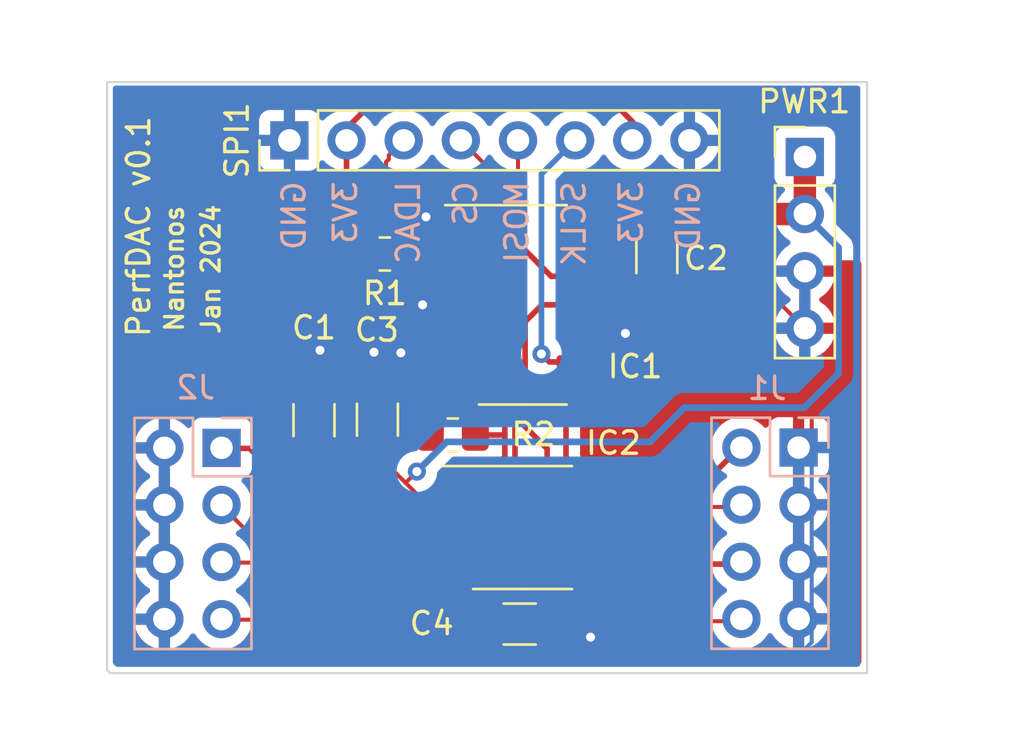
<source format=kicad_pcb>
(kicad_pcb (version 20240108) (generator "pcbnew") (generator_version "8.0")
  (layers (0 "F.Cu" signal) (31 "B.Cu" signal) (34 "B.Paste" user) (35 "F.Paste" user) (36 "B.SilkS" user "B.Silkscreen") (37 "F.SilkS" user "F.Silkscreen") (38 "B.Mask" user) (39 "F.Mask" user) (44 "Edge.Cuts" user))
  (net 0 "")
  (net 1 "GND")
  (net 2 "/VOUT_G")
  (net 3 "/VOUT_E")
  (net 4 "/VOUT_C")
  (net 5 "/VOUT_A")
  (net 6 "+5V")
  (net 7 "/VREF")
  (net 9 "/VOUT_H")
  (net 10 "/VOUT_F")
  (net 11 "/VOUT_D")
  (net 12 "/VOUT_B")
  (net 13 "+3.3V")
  (net 14 "MOSI3")
  (net 15 "/MOSI")
  (net 16 "SCLK3")
  (net 17 "/SCLK")
  (net 18 "/LDAC")
  (net 19 "LDAC3")
  (net 20 "/CS")
  (net 21 "CS3")
  (footprint "Capacitor_SMD:C_1206_3216Metric_Pad1.33x1.80mm_HandSolder" (layer "F.Cu") (at 69.3928 57.2008 90)
    (property "Reference" "C1" (at 4.1148 0 180) (layer "F.SilkS"))
    (property "Value" "1uF")
    (fp_line (start -0.711252 -0.91) (end 0.711252 -0.91) (stroke (width 0.12)) (layer "F.SilkS"))
    (fp_line (start -0.711252 0.91) (end 0.711252 0.91) (stroke (width 0.12)) (layer "F.SilkS"))
    (pad "1" smd roundrect (at -1.5625 0 90) (size 1.325 1.8) (layers "F.Cu" "F.Paste" "F.Mask") (roundrect_rratio 0.188679) (net 6 "+5V"))
    (pad "2" smd roundrect (at 1.5625 0 90) (size 1.325 1.8) (layers "F.Cu" "F.Paste" "F.Mask") (roundrect_rratio 0.188679) (net 1 "GND"))
  )
  (footprint "Resistor_SMD:R_0805_2012Metric_Pad1.20x1.40mm_HandSolder" (layer "F.Cu") (at 72.5424 49.8094)
    (property "Reference" "R1" (at 0 1.7526 0) (layer "F.SilkS"))
    (property "Value" "10k")
    (fp_line (start -0.227064 -0.735) (end 0.227064 -0.735) (stroke (width 0.12)) (layer "F.SilkS"))
    (fp_line (start -0.227064 0.735) (end 0.227064 0.735) (stroke (width 0.12)) (layer "F.SilkS"))
    (pad "1" smd roundrect (at -1 0) (size 1.2 1.4) (layers "F.Cu" "F.Paste" "F.Mask") (roundrect_rratio 0.208333) (net 13 "+3.3V"))
    (pad "2" smd roundrect (at 1 0) (size 1.2 1.4) (layers "F.Cu" "F.Paste" "F.Mask") (roundrect_rratio 0.208333) (net 21 "CS3"))
  )
  (footprint "Resistor_SMD:R_0805_2012Metric_Pad1.20x1.40mm_HandSolder" (layer "F.Cu") (at 75.565 57.8612 180)
    (property "Reference" "R2" (at -3.5814 0.0254 0) (layer "F.SilkS"))
    (property "Value" "0R dnf")
    (fp_line (start -0.227064 0.735) (end 0.227064 0.735) (stroke (width 0.12)) (layer "F.SilkS"))
    (fp_line (start -0.227064 -0.735) (end 0.227064 -0.735) (stroke (width 0.12)) (layer "F.SilkS"))
    (pad "1" smd roundrect (at -1 0 180) (size 1.2 1.4) (layers "F.Cu" "F.Paste" "F.Mask") (roundrect_rratio 0.208333) (net 18 "/LDAC"))
    (pad "2" smd roundrect (at 1 0 180) (size 1.2 1.4) (layers "F.Cu" "F.Paste" "F.Mask") (roundrect_rratio 0.208333) (net 1 "GND"))
  )
  (footprint "Package_SO:SOIC-14_3.9x8.7mm_P1.27mm" (layer "F.Cu") (at 78.675 52.07)
    (property "Reference" "IC1" (at 4.9926 2.7432 0) (layer "F.SilkS"))
    (property "Value" "SN74AHCT125QDRQ1")
    (fp_line (start 0 -4.435) (end -3.45 -4.435) (stroke (width 0.12)) (layer "F.SilkS"))
    (fp_line (start 0 -4.435) (end 1.95 -4.435) (stroke (width 0.12)) (layer "F.SilkS"))
    (fp_line (start 0 4.435) (end -1.95 4.435) (stroke (width 0.12)) (layer "F.SilkS"))
    (fp_line (start 0 4.435) (end 1.95 4.435) (stroke (width 0.12)) (layer "F.SilkS"))
    (pad "1" smd roundrect (at -2.475 -3.81) (size 1.95 0.6) (layers "F.Cu" "F.Paste" "F.Mask") (net 1 "GND"))
    (pad "2" smd roundrect (at -2.475 -2.54) (size 1.95 0.6) (layers "F.Cu" "F.Paste" "F.Mask") (net 21 "CS3"))
    (pad "3" smd roundrect (at -2.475 -1.27) (size 1.95 0.6) (layers "F.Cu" "F.Paste" "F.Mask") (net 20 "/CS"))
    (pad "4" smd roundrect (at -2.475 0) (size 1.95 0.6) (layers "F.Cu" "F.Paste" "F.Mask") (net 1 "GND"))
    (pad "5" smd roundrect (at -2.475 1.27) (size 1.95 0.6) (layers "F.Cu" "F.Paste" "F.Mask") (net 19 "LDAC3"))
    (pad "6" smd roundrect (at -2.475 2.54) (size 1.95 0.6) (layers "F.Cu" "F.Paste" "F.Mask") (net 18 "/LDAC"))
    (pad "7" smd roundrect (at -2.475 3.81) (size 1.95 0.6) (layers "F.Cu" "F.Paste" "F.Mask") (net 1 "GND"))
    (pad "8" smd roundrect (at 2.475 3.81) (size 1.95 0.6) (layers "F.Cu" "F.Paste" "F.Mask") (net 17 "/SCLK"))
    (pad "9" smd roundrect (at 2.475 2.54) (size 1.95 0.6) (layers "F.Cu" "F.Paste" "F.Mask") (net 16 "SCLK3"))
    (pad "10" smd roundrect (at 2.475 1.27) (size 1.95 0.6) (layers "F.Cu" "F.Paste" "F.Mask") (net 1 "GND"))
    (pad "11" smd roundrect (at 2.475 0) (size 1.95 0.6) (layers "F.Cu" "F.Paste" "F.Mask") (net 15 "/MOSI"))
    (pad "12" smd roundrect (at 2.475 -1.27) (size 1.95 0.6) (layers "F.Cu" "F.Paste" "F.Mask") (net 14 "MOSI3"))
    (pad "13" smd roundrect (at 2.475 -2.54) (size 1.95 0.6) (layers "F.Cu" "F.Paste" "F.Mask") (net 1 "GND"))
    (pad "14" smd roundrect (at 2.475 -3.81) (size 1.95 0.6) (layers "F.Cu" "F.Paste" "F.Mask") (net 6 "+5V"))
  )
  (footprint "Capacitor_SMD:C_1206_3216Metric_Pad1.33x1.80mm_HandSolder" (layer "F.Cu") (at 72.2122 57.1754 90)
    (property "Reference" "C3" (at 3.9878 -0.0254 180) (layer "F.SilkS"))
    (property "Value" "100nF")
    (fp_line (start -0.711252 -0.91) (end 0.711252 -0.91) (stroke (width 0.12)) (layer "F.SilkS"))
    (fp_line (start -0.711252 0.91) (end 0.711252 0.91) (stroke (width 0.12)) (layer "F.SilkS"))
    (pad "1" smd roundrect (at -1.5625 0 90) (size 1.325 1.8) (layers "F.Cu" "F.Paste" "F.Mask") (roundrect_rratio 0.188679) (net 6 "+5V"))
    (pad "2" smd roundrect (at 1.5625 0 90) (size 1.325 1.8) (layers "F.Cu" "F.Paste" "F.Mask") (roundrect_rratio 0.188679) (net 1 "GND"))
  )
  (footprint "Connector_PinHeader_2.54mm:PinHeader_1x08_P2.54mm_Vertical" (layer "F.Cu") (at 68.3006 44.7548 90)
    (property "Reference" "SPI1" (at 0 -2.33 90) (layer "F.SilkS"))
    (property "Value" "Conn_01x08_Pin")
    (fp_line (start -1.33 -1.33) (end 0 -1.33) (stroke (width 0.12)) (layer "F.SilkS"))
    (fp_line (start -1.33 0) (end -1.33 -1.33) (stroke (width 0.12)) (layer "F.SilkS"))
    (fp_line (start 1.33 1.27) (end 1.33 19.11) (stroke (width 0.12)) (layer "F.SilkS"))
    (fp_line (start -1.33 1.27) (end 1.33 1.27) (stroke (width 0.12)) (layer "F.SilkS"))
    (fp_line (start -1.33 1.27) (end -1.33 19.11) (stroke (width 0.12)) (layer "F.SilkS"))
    (fp_line (start -1.33 19.11) (end 1.33 19.11) (stroke (width 0.12)) (layer "F.SilkS"))
    (pad "1" thru_hole rect (at 0 0 90) (size 1.7 1.7) (drill 1) (layers "*.Cu" "*.Mask" "In1.Cu" "In2.Cu" "In3.Cu" "In4.Cu" "In5.Cu" "In6.Cu" "In7.Cu" "In8.Cu" "In9.Cu" "In10.Cu" "In11.Cu" "In12.Cu" "In13.Cu" "In14.Cu" "In15.Cu" "In16.Cu" "In17.Cu" "In18.Cu" "In19.Cu" "In20.Cu" "In21.Cu" "In22.Cu" "In23.Cu" "In24.Cu" "In25.Cu" "In26.Cu" "In27.Cu" "In28.Cu" "In29.Cu" "In30.Cu") (net 1 "GND"))
    (pad "2" thru_hole oval (at 0 2.54 90) (size 1.7 1.7) (drill 1) (layers "*.Cu" "*.Mask" "In1.Cu" "In2.Cu" "In3.Cu" "In4.Cu" "In5.Cu" "In6.Cu" "In7.Cu" "In8.Cu" "In9.Cu" "In10.Cu" "In11.Cu" "In12.Cu" "In13.Cu" "In14.Cu" "In15.Cu" "In16.Cu" "In17.Cu" "In18.Cu" "In19.Cu" "In20.Cu" "In21.Cu" "In22.Cu" "In23.Cu" "In24.Cu" "In25.Cu" "In26.Cu" "In27.Cu" "In28.Cu" "In29.Cu" "In30.Cu") (net 13 "+3.3V"))
    (pad "3" thru_hole oval (at 0 5.08 90) (size 1.7 1.7) (drill 1) (layers "*.Cu" "*.Mask" "In1.Cu" "In2.Cu" "In3.Cu" "In4.Cu" "In5.Cu" "In6.Cu" "In7.Cu" "In8.Cu" "In9.Cu" "In10.Cu" "In11.Cu" "In12.Cu" "In13.Cu" "In14.Cu" "In15.Cu" "In16.Cu" "In17.Cu" "In18.Cu" "In19.Cu" "In20.Cu" "In21.Cu" "In22.Cu" "In23.Cu" "In24.Cu" "In25.Cu" "In26.Cu" "In27.Cu" "In28.Cu" "In29.Cu" "In30.Cu") (net 19 "LDAC3"))
    (pad "4" thru_hole oval (at 0 7.62 90) (size 1.7 1.7) (drill 1) (layers "*.Cu" "*.Mask" "In1.Cu" "In2.Cu" "In3.Cu" "In4.Cu" "In5.Cu" "In6.Cu" "In7.Cu" "In8.Cu" "In9.Cu" "In10.Cu" "In11.Cu" "In12.Cu" "In13.Cu" "In14.Cu" "In15.Cu" "In16.Cu" "In17.Cu" "In18.Cu" "In19.Cu" "In20.Cu" "In21.Cu" "In22.Cu" "In23.Cu" "In24.Cu" "In25.Cu" "In26.Cu" "In27.Cu" "In28.Cu" "In29.Cu" "In30.Cu") (net 21 "CS3"))
    (pad "5" thru_hole oval (at 0 10.16 90) (size 1.7 1.7) (drill 1) (layers "*.Cu" "*.Mask" "In1.Cu" "In2.Cu" "In3.Cu" "In4.Cu" "In5.Cu" "In6.Cu" "In7.Cu" "In8.Cu" "In9.Cu" "In10.Cu" "In11.Cu" "In12.Cu" "In13.Cu" "In14.Cu" "In15.Cu" "In16.Cu" "In17.Cu" "In18.Cu" "In19.Cu" "In20.Cu" "In21.Cu" "In22.Cu" "In23.Cu" "In24.Cu" "In25.Cu" "In26.Cu" "In27.Cu" "In28.Cu" "In29.Cu" "In30.Cu") (net 14 "MOSI3"))
    (pad "6" thru_hole oval (at 0 12.7 90) (size 1.7 1.7) (drill 1) (layers "*.Cu" "*.Mask" "In1.Cu" "In2.Cu" "In3.Cu" "In4.Cu" "In5.Cu" "In6.Cu" "In7.Cu" "In8.Cu" "In9.Cu" "In10.Cu" "In11.Cu" "In12.Cu" "In13.Cu" "In14.Cu" "In15.Cu" "In16.Cu" "In17.Cu" "In18.Cu" "In19.Cu" "In20.Cu" "In21.Cu" "In22.Cu" "In23.Cu" "In24.Cu" "In25.Cu" "In26.Cu" "In27.Cu" "In28.Cu" "In29.Cu" "In30.Cu") (net 16 "SCLK3"))
    (pad "7" thru_hole oval (at 0 15.24 90) (size 1.7 1.7) (drill 1) (layers "*.Cu" "*.Mask" "In1.Cu" "In2.Cu" "In3.Cu" "In4.Cu" "In5.Cu" "In6.Cu" "In7.Cu" "In8.Cu" "In9.Cu" "In10.Cu" "In11.Cu" "In12.Cu" "In13.Cu" "In14.Cu" "In15.Cu" "In16.Cu" "In17.Cu" "In18.Cu" "In19.Cu" "In20.Cu" "In21.Cu" "In22.Cu" "In23.Cu" "In24.Cu" "In25.Cu" "In26.Cu" "In27.Cu" "In28.Cu" "In29.Cu" "In30.Cu") (net 13 "+3.3V"))
    (pad "8" thru_hole oval (at 0 17.78 90) (size 1.7 1.7) (drill 1) (layers "*.Cu" "*.Mask" "In1.Cu" "In2.Cu" "In3.Cu" "In4.Cu" "In5.Cu" "In6.Cu" "In7.Cu" "In8.Cu" "In9.Cu" "In10.Cu" "In11.Cu" "In12.Cu" "In13.Cu" "In14.Cu" "In15.Cu" "In16.Cu" "In17.Cu" "In18.Cu" "In19.Cu" "In20.Cu" "In21.Cu" "In22.Cu" "In23.Cu" "In24.Cu" "In25.Cu" "In26.Cu" "In27.Cu" "In28.Cu" "In29.Cu" "In30.Cu") (net 1 "GND"))
  )
  (footprint "Package_SO:TSSOP-16_4.4x5mm_P0.65mm" (layer "F.Cu") (at 78.6638 61.976)
    (property "Reference" "IC2" (at 4.0386 -3.7592 0) (layer "F.SilkS"))
    (property "Value" "DAC8168ICPW")
    (fp_line (start 0 -2.735) (end -3.6 -2.735) (stroke (width 0.12)) (layer "F.SilkS"))
    (fp_line (start 0 -2.735) (end 2.2 -2.735) (stroke (width 0.12)) (layer "F.SilkS"))
    (fp_line (start 0 2.735) (end -2.2 2.735) (stroke (width 0.12)) (layer "F.SilkS"))
    (fp_line (start 0 2.735) (end 2.2 2.735) (stroke (width 0.12)) (layer "F.SilkS"))
    (pad "1" smd roundrect (at -2.8625 -2.275) (size 1.475 0.4) (layers "F.Cu" "F.Paste" "F.Mask") (net 18 "/LDAC"))
    (pad "2" smd roundrect (at -2.8625 -1.625) (size 1.475 0.4) (layers "F.Cu" "F.Paste" "F.Mask") (net 20 "/CS"))
    (pad "3" smd roundrect (at -2.8625 -0.975) (size 1.475 0.4) (layers "F.Cu" "F.Paste" "F.Mask") (net 6 "+5V"))
    (pad "4" smd roundrect (at -2.8625 -0.325) (size 1.475 0.4) (layers "F.Cu" "F.Paste" "F.Mask") (net 5 "/VOUT_A"))
    (pad "5" smd roundrect (at -2.8625 0.325) (size 1.475 0.4) (layers "F.Cu" "F.Paste" "F.Mask") (net 4 "/VOUT_C"))
    (pad "6" smd roundrect (at -2.8625 0.975) (size 1.475 0.4) (layers "F.Cu" "F.Paste" "F.Mask") (net 3 "/VOUT_E"))
    (pad "7" smd roundrect (at -2.8625 1.625) (size 1.475 0.4) (layers "F.Cu" "F.Paste" "F.Mask") (net 2 "/VOUT_G"))
    (pad "8" smd roundrect (at -2.8625 2.275) (size 1.475 0.4) (layers "F.Cu" "F.Paste" "F.Mask") (net 7 "/VREF"))
    (pad "9" smd roundrect (at 2.8625 2.275) (size 1.475 0.4) (layers "F.Cu" "F.Paste" "F.Mask"))
    (pad "10" smd roundrect (at 2.8625 1.625) (size 1.475 0.4) (layers "F.Cu" "F.Paste" "F.Mask") (net 9 "/VOUT_H"))
    (pad "11" smd roundrect (at 2.8625 0.975) (size 1.475 0.4) (layers "F.Cu" "F.Paste" "F.Mask") (net 10 "/VOUT_F"))
    (pad "12" smd roundrect (at 2.8625 0.325) (size 1.475 0.4) (layers "F.Cu" "F.Paste" "F.Mask") (net 11 "/VOUT_D"))
    (pad "13" smd roundrect (at 2.8625 -0.325) (size 1.475 0.4) (layers "F.Cu" "F.Paste" "F.Mask") (net 12 "/VOUT_B"))
    (pad "14" smd roundrect (at 2.8625 -0.975) (size 1.475 0.4) (layers "F.Cu" "F.Paste" "F.Mask") (net 1 "GND"))
    (pad "15" smd roundrect (at 2.8625 -1.625) (size 1.475 0.4) (layers "F.Cu" "F.Paste" "F.Mask") (net 15 "/MOSI"))
    (pad "16" smd roundrect (at 2.8625 -2.275) (size 1.475 0.4) (layers "F.Cu" "F.Paste" "F.Mask") (net 17 "/SCLK"))
  )
  (footprint "Capacitor_SMD:C_1206_3216Metric_Pad1.33x1.80mm_HandSolder" (layer "F.Cu") (at 84.6328 49.9487 -90)
    (property "Reference" "C2" (at 0.0508 -2.1844 180) (layer "F.SilkS"))
    (property "Value" "100nF")
    (fp_line (start -0.711252 0.91) (end 0.711252 0.91) (stroke (width 0.12)) (layer "F.SilkS"))
    (fp_line (start -0.711252 -0.91) (end 0.711252 -0.91) (stroke (width 0.12)) (layer "F.SilkS"))
    (pad "1" smd roundrect (at -1.5625 0 270) (size 1.325 1.8) (layers "F.Cu" "F.Paste" "F.Mask") (roundrect_rratio 0.188679) (net 6 "+5V"))
    (pad "2" smd roundrect (at 1.5625 0 270) (size 1.325 1.8) (layers "F.Cu" "F.Paste" "F.Mask") (roundrect_rratio 0.188679) (net 1 "GND"))
  )
  (footprint "Capacitor_SMD:C_1206_3216Metric_Pad1.33x1.80mm_HandSolder" (layer "F.Cu") (at 78.5368 66.2686)
    (property "Reference" "C4" (at -3.9116 -0.0254 0) (layer "F.SilkS"))
    (property "Value" "150nF")
    (fp_line (start -0.711252 -0.91) (end 0.711252 -0.91) (stroke (width 0.12)) (layer "F.SilkS"))
    (fp_line (start -0.711252 0.91) (end 0.711252 0.91) (stroke (width 0.12)) (layer "F.SilkS"))
    (pad "1" smd roundrect (at -1.5625 0) (size 1.325 1.8) (layers "F.Cu" "F.Paste" "F.Mask") (roundrect_rratio 0.188679) (net 7 "/VREF"))
    (pad "2" smd roundrect (at 1.5625 0) (size 1.325 1.8) (layers "F.Cu" "F.Paste" "F.Mask") (roundrect_rratio 0.188679) (net 1 "GND"))
  )
  (footprint "Connector_PinHeader_2.54mm:PinHeader_1x04_P2.54mm_Vertical" (layer "F.Cu") (at 91.2114 45.4914)
    (property "Reference" "PWR1" (at -0.0254 -2.4638 0) (layer "F.SilkS"))
    (property "Value" "Conn_01x04_Pin")
    (fp_line (start -1.33 -1.33) (end 0 -1.33) (stroke (width 0.12)) (layer "F.SilkS"))
    (fp_line (start -1.33 0) (end -1.33 -1.33) (stroke (width 0.12)) (layer "F.SilkS"))
    (fp_line (start -1.33 1.27) (end -1.33 8.95) (stroke (width 0.12)) (layer "F.SilkS"))
    (fp_line (start -1.33 1.27) (end 1.33 1.27) (stroke (width 0.12)) (layer "F.SilkS"))
    (fp_line (start -1.33 8.95) (end 1.33 8.95) (stroke (width 0.12)) (layer "F.SilkS"))
    (fp_line (start 1.33 1.27) (end 1.33 8.95) (stroke (width 0.12)) (layer "F.SilkS"))
    (pad "1" thru_hole rect (at 0 0) (size 1.7 1.7) (drill 1) (layers "*.Cu" "*.Mask" "In1.Cu" "In2.Cu" "In3.Cu" "In4.Cu" "In5.Cu" "In6.Cu" "In7.Cu" "In8.Cu" "In9.Cu" "In10.Cu" "In11.Cu" "In12.Cu" "In13.Cu" "In14.Cu" "In15.Cu" "In16.Cu" "In17.Cu" "In18.Cu" "In19.Cu" "In20.Cu" "In21.Cu" "In22.Cu" "In23.Cu" "In24.Cu" "In25.Cu" "In26.Cu" "In27.Cu" "In28.Cu" "In29.Cu" "In30.Cu") (net 6 "+5V"))
    (pad "2" thru_hole oval (at 0 2.54) (size 1.7 1.7) (drill 1) (layers "*.Cu" "*.Mask" "In1.Cu" "In2.Cu" "In3.Cu" "In4.Cu" "In5.Cu" "In6.Cu" "In7.Cu" "In8.Cu" "In9.Cu" "In10.Cu" "In11.Cu" "In12.Cu" "In13.Cu" "In14.Cu" "In15.Cu" "In16.Cu" "In17.Cu" "In18.Cu" "In19.Cu" "In20.Cu" "In21.Cu" "In22.Cu" "In23.Cu" "In24.Cu" "In25.Cu" "In26.Cu" "In27.Cu" "In28.Cu" "In29.Cu" "In30.Cu") (net 6 "+5V"))
    (pad "3" thru_hole oval (at 0 5.08) (size 1.7 1.7) (drill 1) (layers "*.Cu" "*.Mask" "In1.Cu" "In2.Cu" "In3.Cu" "In4.Cu" "In5.Cu" "In6.Cu" "In7.Cu" "In8.Cu" "In9.Cu" "In10.Cu" "In11.Cu" "In12.Cu" "In13.Cu" "In14.Cu" "In15.Cu" "In16.Cu" "In17.Cu" "In18.Cu" "In19.Cu" "In20.Cu" "In21.Cu" "In22.Cu" "In23.Cu" "In24.Cu" "In25.Cu" "In26.Cu" "In27.Cu" "In28.Cu" "In29.Cu" "In30.Cu") (net 1 "GND"))
    (pad "4" thru_hole oval (at 0 7.62) (size 1.7 1.7) (drill 1) (layers "*.Cu" "*.Mask" "In1.Cu" "In2.Cu" "In3.Cu" "In4.Cu" "In5.Cu" "In6.Cu" "In7.Cu" "In8.Cu" "In9.Cu" "In10.Cu" "In11.Cu" "In12.Cu" "In13.Cu" "In14.Cu" "In15.Cu" "In16.Cu" "In17.Cu" "In18.Cu" "In19.Cu" "In20.Cu" "In21.Cu" "In22.Cu" "In23.Cu" "In24.Cu" "In25.Cu" "In26.Cu" "In27.Cu" "In28.Cu" "In29.Cu" "In30.Cu") (net 1 "GND"))
  )
  (footprint "Connector_PinHeader_2.54mm:PinHeader_2x04_P2.54mm_Vertical" (layer "B.Cu") (at 65.283 58.43 180)
    (property "Reference" "J2" (at 1.148 2.677 0) (layer "B.SilkS") (effects (justify mirror)))
    (property "Value" "Conn_02x04_Odd_Even")
    (fp_line (start 3.87 1.33) (end 3.87 -8.95) (stroke (width 0.12)) (layer "B.SilkS"))
    (fp_line (start 1.27 1.33) (end 3.87 1.33) (stroke (width 0.12)) (layer "B.SilkS"))
    (fp_line (start 1.27 -1.27) (end 1.27 1.33) (stroke (width 0.12)) (layer "B.SilkS"))
    (fp_line (start -1.33 1.33) (end 0 1.33) (stroke (width 0.12)) (layer "B.SilkS"))
    (fp_line (start -1.33 0) (end -1.33 1.33) (stroke (width 0.12)) (layer "B.SilkS"))
    (fp_line (start -1.33 -1.27) (end 1.27 -1.27) (stroke (width 0.12)) (layer "B.SilkS"))
    (fp_line (start -1.33 -1.27) (end -1.33 -8.95) (stroke (width 0.12)) (layer "B.SilkS"))
    (fp_line (start -1.33 -8.95) (end 3.87 -8.95) (stroke (width 0.12)) (layer "B.SilkS"))
    (pad "1" thru_hole rect (at 0 0 180) (size 1.7 1.7) (drill 1) (layers "*.Cu" "*.Mask" "In1.Cu" "In2.Cu" "In3.Cu" "In4.Cu" "In5.Cu" "In6.Cu" "In7.Cu" "In8.Cu" "In9.Cu" "In10.Cu" "In11.Cu" "In12.Cu" "In13.Cu" "In14.Cu" "In15.Cu" "In16.Cu" "In17.Cu" "In18.Cu" "In19.Cu" "In20.Cu" "In21.Cu" "In22.Cu" "In23.Cu" "In24.Cu" "In25.Cu" "In26.Cu" "In27.Cu" "In28.Cu" "In29.Cu" "In30.Cu") (net 5 "/VOUT_A"))
    (pad "2" thru_hole oval (at 2.54 0 180) (size 1.7 1.7) (drill 1) (layers "*.Cu" "*.Mask" "In1.Cu" "In2.Cu" "In3.Cu" "In4.Cu" "In5.Cu" "In6.Cu" "In7.Cu" "In8.Cu" "In9.Cu" "In10.Cu" "In11.Cu" "In12.Cu" "In13.Cu" "In14.Cu" "In15.Cu" "In16.Cu" "In17.Cu" "In18.Cu" "In19.Cu" "In20.Cu" "In21.Cu" "In22.Cu" "In23.Cu" "In24.Cu" "In25.Cu" "In26.Cu" "In27.Cu" "In28.Cu" "In29.Cu" "In30.Cu") (net 1 "GND"))
    (pad "3" thru_hole oval (at 0 -2.54 180) (size 1.7 1.7) (drill 1) (layers "*.Cu" "*.Mask" "In1.Cu" "In2.Cu" "In3.Cu" "In4.Cu" "In5.Cu" "In6.Cu" "In7.Cu" "In8.Cu" "In9.Cu" "In10.Cu" "In11.Cu" "In12.Cu" "In13.Cu" "In14.Cu" "In15.Cu" "In16.Cu" "In17.Cu" "In18.Cu" "In19.Cu" "In20.Cu" "In21.Cu" "In22.Cu" "In23.Cu" "In24.Cu" "In25.Cu" "In26.Cu" "In27.Cu" "In28.Cu" "In29.Cu" "In30.Cu") (net 4 "/VOUT_C"))
    (pad "4" thru_hole oval (at 2.54 -2.54 180) (size 1.7 1.7) (drill 1) (layers "*.Cu" "*.Mask" "In1.Cu" "In2.Cu" "In3.Cu" "In4.Cu" "In5.Cu" "In6.Cu" "In7.Cu" "In8.Cu" "In9.Cu" "In10.Cu" "In11.Cu" "In12.Cu" "In13.Cu" "In14.Cu" "In15.Cu" "In16.Cu" "In17.Cu" "In18.Cu" "In19.Cu" "In20.Cu" "In21.Cu" "In22.Cu" "In23.Cu" "In24.Cu" "In25.Cu" "In26.Cu" "In27.Cu" "In28.Cu" "In29.Cu" "In30.Cu") (net 1 "GND"))
    (pad "5" thru_hole oval (at 0 -5.08 180) (size 1.7 1.7) (drill 1) (layers "*.Cu" "*.Mask" "In1.Cu" "In2.Cu" "In3.Cu" "In4.Cu" "In5.Cu" "In6.Cu" "In7.Cu" "In8.Cu" "In9.Cu" "In10.Cu" "In11.Cu" "In12.Cu" "In13.Cu" "In14.Cu" "In15.Cu" "In16.Cu" "In17.Cu" "In18.Cu" "In19.Cu" "In20.Cu" "In21.Cu" "In22.Cu" "In23.Cu" "In24.Cu" "In25.Cu" "In26.Cu" "In27.Cu" "In28.Cu" "In29.Cu" "In30.Cu") (net 3 "/VOUT_E"))
    (pad "6" thru_hole oval (at 2.54 -5.08 180) (size 1.7 1.7) (drill 1) (layers "*.Cu" "*.Mask" "In1.Cu" "In2.Cu" "In3.Cu" "In4.Cu" "In5.Cu" "In6.Cu" "In7.Cu" "In8.Cu" "In9.Cu" "In10.Cu" "In11.Cu" "In12.Cu" "In13.Cu" "In14.Cu" "In15.Cu" "In16.Cu" "In17.Cu" "In18.Cu" "In19.Cu" "In20.Cu" "In21.Cu" "In22.Cu" "In23.Cu" "In24.Cu" "In25.Cu" "In26.Cu" "In27.Cu" "In28.Cu" "In29.Cu" "In30.Cu") (net 1 "GND"))
    (pad "7" thru_hole oval (at 0 -7.62 180) (size 1.7 1.7) (drill 1) (layers "*.Cu" "*.Mask" "In1.Cu" "In2.Cu" "In3.Cu" "In4.Cu" "In5.Cu" "In6.Cu" "In7.Cu" "In8.Cu" "In9.Cu" "In10.Cu" "In11.Cu" "In12.Cu" "In13.Cu" "In14.Cu" "In15.Cu" "In16.Cu" "In17.Cu" "In18.Cu" "In19.Cu" "In20.Cu" "In21.Cu" "In22.Cu" "In23.Cu" "In24.Cu" "In25.Cu" "In26.Cu" "In27.Cu" "In28.Cu" "In29.Cu" "In30.Cu") (net 2 "/VOUT_G"))
    (pad "8" thru_hole oval (at 2.54 -7.62 180) (size 1.7 1.7) (drill 1) (layers "*.Cu" "*.Mask" "In1.Cu" "In2.Cu" "In3.Cu" "In4.Cu" "In5.Cu" "In6.Cu" "In7.Cu" "In8.Cu" "In9.Cu" "In10.Cu" "In11.Cu" "In12.Cu" "In13.Cu" "In14.Cu" "In15.Cu" "In16.Cu" "In17.Cu" "In18.Cu" "In19.Cu" "In20.Cu" "In21.Cu" "In22.Cu" "In23.Cu" "In24.Cu" "In25.Cu" "In26.Cu" "In27.Cu" "In28.Cu" "In29.Cu" "In30.Cu") (net 1 "GND"))
  )
  (footprint "Connector_PinHeader_2.54mm:PinHeader_2x04_P2.54mm_Vertical" (layer "B.Cu") (at 90.932 58.42 180)
    (property "Reference" "J1" (at 1.397 2.6416 0) (layer "B.SilkS") (effects (justify mirror)))
    (property "Value" "Conn_02x04_Odd_Even")
    (fp_line (start 3.87 1.33) (end 3.87 -8.95) (stroke (width 0.12)) (layer "B.SilkS"))
    (fp_line (start 1.27 1.33) (end 3.87 1.33) (stroke (width 0.12)) (layer "B.SilkS"))
    (fp_line (start 1.27 -1.27) (end 1.27 1.33) (stroke (width 0.12)) (layer "B.SilkS"))
    (fp_line (start -1.33 1.33) (end 0 1.33) (stroke (width 0.12)) (layer "B.SilkS"))
    (fp_line (start -1.33 0) (end -1.33 1.33) (stroke (width 0.12)) (layer "B.SilkS"))
    (fp_line (start -1.33 -1.27) (end 1.27 -1.27) (stroke (width 0.12)) (layer "B.SilkS"))
    (fp_line (start -1.33 -1.27) (end -1.33 -8.95) (stroke (width 0.12)) (layer "B.SilkS"))
    (fp_line (start -1.33 -8.95) (end 3.87 -8.95) (stroke (width 0.12)) (layer "B.SilkS"))
    (pad "1" thru_hole rect (at 0 0 180) (size 1.7 1.7) (drill 1) (layers "*.Cu" "*.Mask" "In1.Cu" "In2.Cu" "In3.Cu" "In4.Cu" "In5.Cu" "In6.Cu" "In7.Cu" "In8.Cu" "In9.Cu" "In10.Cu" "In11.Cu" "In12.Cu" "In13.Cu" "In14.Cu" "In15.Cu" "In16.Cu" "In17.Cu" "In18.Cu" "In19.Cu" "In20.Cu" "In21.Cu" "In22.Cu" "In23.Cu" "In24.Cu" "In25.Cu" "In26.Cu" "In27.Cu" "In28.Cu" "In29.Cu" "In30.Cu") (net 1 "GND"))
    (pad "2" thru_hole oval (at 2.54 0 180) (size 1.7 1.7) (drill 1) (layers "*.Cu" "*.Mask" "In1.Cu" "In2.Cu" "In3.Cu" "In4.Cu" "In5.Cu" "In6.Cu" "In7.Cu" "In8.Cu" "In9.Cu" "In10.Cu" "In11.Cu" "In12.Cu" "In13.Cu" "In14.Cu" "In15.Cu" "In16.Cu" "In17.Cu" "In18.Cu" "In19.Cu" "In20.Cu" "In21.Cu" "In22.Cu" "In23.Cu" "In24.Cu" "In25.Cu" "In26.Cu" "In27.Cu" "In28.Cu" "In29.Cu" "In30.Cu") (net 12 "/VOUT_B"))
    (pad "3" thru_hole oval (at 0 -2.54 180) (size 1.7 1.7) (drill 1) (layers "*.Cu" "*.Mask" "In1.Cu" "In2.Cu" "In3.Cu" "In4.Cu" "In5.Cu" "In6.Cu" "In7.Cu" "In8.Cu" "In9.Cu" "In10.Cu" "In11.Cu" "In12.Cu" "In13.Cu" "In14.Cu" "In15.Cu" "In16.Cu" "In17.Cu" "In18.Cu" "In19.Cu" "In20.Cu" "In21.Cu" "In22.Cu" "In23.Cu" "In24.Cu" "In25.Cu" "In26.Cu" "In27.Cu" "In28.Cu" "In29.Cu" "In30.Cu") (net 1 "GND"))
    (pad "4" thru_hole oval (at 2.54 -2.54 180) (size 1.7 1.7) (drill 1) (layers "*.Cu" "*.Mask" "In1.Cu" "In2.Cu" "In3.Cu" "In4.Cu" "In5.Cu" "In6.Cu" "In7.Cu" "In8.Cu" "In9.Cu" "In10.Cu" "In11.Cu" "In12.Cu" "In13.Cu" "In14.Cu" "In15.Cu" "In16.Cu" "In17.Cu" "In18.Cu" "In19.Cu" "In20.Cu" "In21.Cu" "In22.Cu" "In23.Cu" "In24.Cu" "In25.Cu" "In26.Cu" "In27.Cu" "In28.Cu" "In29.Cu" "In30.Cu") (net 11 "/VOUT_D"))
    (pad "5" thru_hole oval (at 0 -5.08 180) (size 1.7 1.7) (drill 1) (layers "*.Cu" "*.Mask" "In1.Cu" "In2.Cu" "In3.Cu" "In4.Cu" "In5.Cu" "In6.Cu" "In7.Cu" "In8.Cu" "In9.Cu" "In10.Cu" "In11.Cu" "In12.Cu" "In13.Cu" "In14.Cu" "In15.Cu" "In16.Cu" "In17.Cu" "In18.Cu" "In19.Cu" "In20.Cu" "In21.Cu" "In22.Cu" "In23.Cu" "In24.Cu" "In25.Cu" "In26.Cu" "In27.Cu" "In28.Cu" "In29.Cu" "In30.Cu") (net 1 "GND"))
    (pad "6" thru_hole oval (at 2.54 -5.08 180) (size 1.7 1.7) (drill 1) (layers "*.Cu" "*.Mask" "In1.Cu" "In2.Cu" "In3.Cu" "In4.Cu" "In5.Cu" "In6.Cu" "In7.Cu" "In8.Cu" "In9.Cu" "In10.Cu" "In11.Cu" "In12.Cu" "In13.Cu" "In14.Cu" "In15.Cu" "In16.Cu" "In17.Cu" "In18.Cu" "In19.Cu" "In20.Cu" "In21.Cu" "In22.Cu" "In23.Cu" "In24.Cu" "In25.Cu" "In26.Cu" "In27.Cu" "In28.Cu" "In29.Cu" "In30.Cu") (net 10 "/VOUT_F"))
    (pad "7" thru_hole oval (at 0 -7.62 180) (size 1.7 1.7) (drill 1) (layers "*.Cu" "*.Mask" "In1.Cu" "In2.Cu" "In3.Cu" "In4.Cu" "In5.Cu" "In6.Cu" "In7.Cu" "In8.Cu" "In9.Cu" "In10.Cu" "In11.Cu" "In12.Cu" "In13.Cu" "In14.Cu" "In15.Cu" "In16.Cu" "In17.Cu" "In18.Cu" "In19.Cu" "In20.Cu" "In21.Cu" "In22.Cu" "In23.Cu" "In24.Cu" "In25.Cu" "In26.Cu" "In27.Cu" "In28.Cu" "In29.Cu" "In30.Cu") (net 1 "GND"))
    (pad "8" thru_hole oval (at 2.54 -7.62 180) (size 1.7 1.7) (drill 1) (layers "*.Cu" "*.Mask" "In1.Cu" "In2.Cu" "In3.Cu" "In4.Cu" "In5.Cu" "In6.Cu" "In7.Cu" "In8.Cu" "In9.Cu" "In10.Cu" "In11.Cu" "In12.Cu" "In13.Cu" "In14.Cu" "In15.Cu" "In16.Cu" "In17.Cu" "In18.Cu" "In19.Cu" "In20.Cu" "In21.Cu" "In22.Cu" "In23.Cu" "In24.Cu" "In25.Cu" "In26.Cu" "In27.Cu" "In28.Cu" "In29.Cu" "In30.Cu") (net 9 "/VOUT_H"))
  )
  (gr_poly (pts (xy 93.98 68.453) (xy 93.98 42.164) (xy 60.198 42.164) (xy 60.198 68.326) (xy 60.325 68.453)) (stroke (width 0.1)) (fill none) (layer "Edge.Cuts"))
  (gr_text "GND" (at 86.614 46.482 90) (layer "B.SilkS") (effects (font (size 1 1)) (justify left bottom mirror)))
  (gr_text "MOSI" (at 78.994 46.482 90) (layer "B.SilkS") (effects (font (size 1 1)) (justify left bottom mirror)))
  (gr_text "LDAC" (at 74.168 46.482 90) (layer "B.SilkS") (effects (font (size 1 1)) (justify left bottom mirror)))
  (gr_text "GND" (at 69.088 46.482 90) (layer "B.SilkS") (effects (font (size 1 1)) (justify left bottom mirror)))
  (gr_text "3V3" (at 71.374 46.482 90) (layer "B.SilkS") (effects (font (size 1 1)) (justify left bottom mirror)))
  (gr_text "SCLK" (at 81.534 46.482 90) (layer "B.SilkS") (effects (font (size 1 1)) (justify left bottom mirror)))
  (gr_text "3V3" (at 84.074 46.482 90) (layer "B.SilkS") (effects (font (size 1 1)) (justify left bottom mirror)))
  (gr_text "CS" (at 76.708 46.482 90) (layer "B.SilkS") (effects (font (size 1 1)) (justify left bottom mirror)))
  (gr_text "Jan 2024" (at 65.278 53.4416 90) (layer "F.SilkS") (effects (font (size 0.8 0.8)) (justify left bottom)))
  (gr_text "PerfDAC v0.1" (at 62.1792 53.594 90) (layer "F.SilkS") (effects (font (size 1 1)) (justify left bottom)))
  (gr_text "Nantonos" (at 63.6524 53.34 90) (layer "F.SilkS") (effects (font (size 0.8 0.8)) (justify left bottom)))
  (segment (start 81.5263 61.001) (end 82.636 61.001) (width 0.18) (layer "F.Cu") (net 1))
  (segment (start 74.4728 48.26) (end 74.3712 48.1584) (width 0.18) (layer "F.Cu") (net 1))
  (segment (start 76.2 55.88) (end 74.5744 55.88) (width 0.18) (layer "F.Cu") (net 1))
  (segment (start 72.136 55.6891) (end 72.2122 55.6129) (width 0.18) (layer "F.Cu") (net 1))
  (segment (start 74.565 55.8894) (end 74.5744 55.88) (width 0.18) (layer "F.Cu") (net 1))
  (segment (start 82.6893 49.53) (end 84.6074 51.4481) (width 0.18) (layer "F.Cu") (net 1))
  (segment (start 69.3928 55.6383) (end 69.3928 54.356) (width 0.18) (layer "F.Cu") (net 1))
  (segment (start 80.0993 66.2686) (end 81.1022 66.2686) (width 0.18) (layer "F.Cu") (net 1))
  (segment (start 76.2 48.26) (end 74.4728 48.26) (width 0.18) (layer "F.Cu") (net 1))
  (segment (start 91.2114 53.1114) (end 89.8652 51.7652) (width 0.18) (layer "F.Cu") (net 1))
  (segment (start 91.2114 56.261) (end 91.2114 53.1114) (width 0.18) (layer "F.Cu") (net 1))
  (segment (start 73.2536 54.2036) (end 72.0852 54.2036) (width 0.18) (layer "F.Cu") (net 1))
  (segment (start 69.3928 54.356) (end 69.6595 54.0893) (width 0.18) (layer "F.Cu") (net 1))
  (segment (start 91.5162 56.5658) (end 91.5162 58.5216) (width 0.18) (layer "F.Cu") (net 1))
  (segment (start 74.5744 55.88) (end 72.4793 55.88) (width 0.18) (layer "F.Cu") (net 1))
  (segment (start 64.0719 55.6383) (end 62.733 56.9772) (width 0.18) (layer "F.Cu") (net 1))
  (segment (start 62.733 56.9772) (end 62.733 58.4554) (width 0.18) (layer "F.Cu") (net 1))
  (segment (start 82.636 61.001) (end 87.3506 56.2864) (width 0.18) (layer "F.Cu") (net 1))
  (segment (start 74.565 55.8894) (end 74.565 55.515) (width 0.18) (layer "F.Cu") (net 1))
  (segment (start 72.0852 54.2036) (end 72.0598 54.1782) (width 0.18) (layer "F.Cu") (net 1))
  (segment (start 69.3928 55.6383) (end 64.0719 55.6383) (width 0.18) (layer "F.Cu") (net 1))
  (segment (start 81.15 53.34) (end 83.2358 53.34) (width 0.18) (layer "F.Cu") (net 1))
  (segment (start 72.4793 55.88) (end 72.2122 55.6129) (width 0.18) (layer "F.Cu") (net 1))
  (segment (start 81.1022 66.2686) (end 81.6864 66.8528) (width 0.18) (layer "F.Cu") (net 1))
  (segment (start 91.2114 56.261) (end 91.5162 56.5658) (width 0.18) (layer "F.Cu") (net 1))
  (segment (start 72.1868 55.6383) (end 72.2122 55.6129) (width 0.18) (layer "F.Cu") (net 1))
  (segment (start 83.2358 53.34) (end 83.2358 52.8197) (width 0.18) (layer "F.Cu") (net 1))
  (segment (start 89.6497 51.4481) (end 84.6074 51.4481) (width 0.18) (layer "F.Cu") (net 1))
  (segment (start 91.186 56.2864) (end 91.2114 56.261) (width 0.18) (layer "F.Cu") (net 1))
  (segment (start 72.2122 55.6129) (end 72.2122 54.3306) (width 0.18) (layer "F.Cu") (net 1))
  (segment (start 81.15 49.53) (end 82.6893 49.53) (width 0.18) (layer "F.Cu") (net 1))
  (segment (start 76.2 52.07) (end 74.2188 52.07) (width 0.18) (layer "F.Cu") (net 1))
  (segment (start 72.2122 54.3306) (end 72.0598 54.1782) (width 0.18) (layer "F.Cu") (net 1))
  (segment (start 89.8652 51.6636) (end 89.6497 51.4481) (width 0.18) (layer "F.Cu") (net 1))
  (segment (start 83.2358 52.8197) (end 84.6074 51.4481) (width 0.18) (layer "F.Cu") (net 1))
  (segment (start 74.565 55.515) (end 73.2536 54.2036) (width 0.18) (layer "F.Cu") (net 1))
  (segment (start 87.3506 56.2864) (end 91.186 56.2864) (width 0.18) (layer "F.Cu") (net 1))
  (segment (start 74.565 57.8612) (end 74.565 55.8894) (width 0.18) (layer "F.Cu") (net 1))
  (segment (start 89.8652 51.7652) (end 89.8652 51.6636) (width 0.18) (layer "F.Cu") (net 1))
  (via (at 72.0598 54.1782) (size 0.8) (drill 0.4) (layers "F.Cu" "B.Cu") (net 1))
  (via (at 74.3712 48.1584) (size 0.8) (drill 0.4) (layers "F.Cu" "B.Cu") (net 1))
  (via (at 83.2358 53.34) (size 0.8) (drill 0.4) (layers "F.Cu" "B.Cu") (net 1))
  (via (at 81.6864 66.8528) (size 0.8) (drill 0.4) (layers "F.Cu" "B.Cu") (net 1))
  (via (at 74.2188 52.07) (size 0.8) (drill 0.4) (layers "F.Cu" "B.Cu") (net 1))
  (via (at 69.6595 54.0893) (size 0.8) (drill 0.4) (layers "F.Cu" "B.Cu") (net 1))
  (via (at 73.2536 54.2036) (size 0.8) (drill 0.4) (layers "F.Cu" "B.Cu") (net 1))
  (segment (start 73.914 51.7652) (end 74.2188 52.07) (width 0.18) (layer "B.Cu") (net 1))
  (segment (start 83.439 53.1114) (end 83.2104 53.34) (width 0.18) (layer "B.Cu") (net 1))
  (segment (start 68.3768 48.1584) (end 68.3006 48.0822) (width 0.18) (layer "B.Cu") (net 1))
  (segment (start 91.2114 53.1114) (end 83.439 53.1114) (width 0.18) (layer "B.Cu") (net 1))
  (segment (start 68.3006 44.7548) (end 68.3006 48.0822) (width 0.18) (layer "B.Cu") (net 1))
  (segment (start 82.4992 67.6656) (end 81.6864 66.8528) (width 0.18) (layer "B.Cu") (net 1))
  (segment (start 68.3006 52.7304) (end 69.6595 54.0893) (width 0.18) (layer "B.Cu") (net 1))
  (segment (start 91.5162 63.6016) (end 91.5162 61.0616) (width 0.18) (layer "B.Cu") (net 1))
  (segment (start 83.2104 53.34) (end 83.2358 53.34) (width 0.18) (layer "B.Cu") (net 1))
  (segment (start 74.3712 48.1584) (end 68.3768 48.1584) (width 0.18) (layer "B.Cu") (net 1))
  (segment (start 72.9234 54.1782) (end 72.0598 54.1782) (width 0.18) (layer "B.Cu") (net 1))
  (segment (start 68.3006 48.0822) (end 68.3006 51.7652) (width 0.18) (layer "B.Cu") (net 1))
  (segment (start 68.3006 51.7652) (end 68.3006 52.7304) (width 0.18) (layer "B.Cu") (net 1))
  (segment (start 69.6595 54.0893) (end 69.7484 54.1782) (width 0.18) (layer "B.Cu") (net 1))
  (segment (start 89.8144 50.5714) (end 91.2114 50.5714) (width 0.18) (layer "B.Cu") (net 1))
  (segment (start 89.7636 50.6222) (end 89.8144 50.5714) (width 0.18) (layer "B.Cu") (net 1))
  (segment (start 91.5162 66.1416) (end 91.5162 67.0814) (width 0.18) (layer "B.Cu") (net 1))
  (segment (start 91.5162 61.0616) (end 91.5162 58.5216) (width 0.18) (layer "B.Cu") (net 1))
  (segment (start 91.2114 50.5714) (end 91.2114 53.1114) (width 0.18) (layer "B.Cu") (net 1))
  (segment (start 62.733 58.4554) (end 62.733 60.9954) (width 0.18) (layer "B.Cu") (net 1))
  (segment (start 69.7484 54.1782) (end 72.0598 54.1782) (width 0.18) (layer "B.Cu") (net 1))
  (segment (start 62.733 60.9954) (end 62.733 63.5354) (width 0.18) (layer "B.Cu") (net 1))
  (segment (start 86.0806 44.7548) (end 86.0806 46.9392) (width 0.18) (layer "B.Cu") (net 1))
  (segment (start 62.733 63.5354) (end 62.733 66.0754) (width 0.18) (layer "B.Cu") (net 1))
  (segment (start 91.5162 67.0814) (end 90.932 67.6656) (width 0.18) (layer "B.Cu") (net 1))
  (segment (start 86.0806 46.9392) (end 89.7636 50.6222) (width 0.18) (layer "B.Cu") (net 1))
  (segment (start 91.5162 66.1416) (end 91.5162 63.6016) (width 0.18) (layer "B.Cu") (net 1))
  (segment (start 91.2114 58.2168) (end 91.5162 58.5216) (width 0.1524) (layer "B.Cu") (net 1))
  (segment (start 90.932 67.6656) (end 82.4992 67.6656) (width 0.18) (layer "B.Cu") (net 1))
  (segment (start 68.3006 51.7652) (end 73.914 51.7652) (width 0.18) (layer "B.Cu") (net 1))
  (segment (start 68.0212 66.0908) (end 68.0058 66.0754) (width 0.18) (layer "F.Cu") (net 2))
  (segment (start 75.8013 63.601) (end 70.511 63.601) (width 0.18) (layer "F.Cu") (net 2))
  (segment (start 68.0058 66.0754) (end 65.273 66.0754) (width 0.18) (layer "F.Cu") (net 2))
  (segment (start 70.511 63.601) (end 68.0212 66.0908) (width 0.18) (layer "F.Cu") (net 2))
  (segment (start 68.8848 63.5508) (end 68.8694 63.5354) (width 0.18) (layer "F.Cu") (net 3))
  (segment (start 68.8694 63.5354) (end 65.273 63.5354) (width 0.18) (layer "F.Cu") (net 3))
  (segment (start 69.4846 62.951) (end 68.8848 63.5508) (width 0.18) (layer "F.Cu") (net 3))
  (segment (start 75.8013 62.951) (end 69.4846 62.951) (width 0.18) (layer "F.Cu") (net 3))
  (segment (start 75.8013 62.301) (end 66.5786 62.301) (width 0.18) (layer "F.Cu") (net 4))
  (segment (start 66.5786 62.301) (end 65.273 60.9954) (width 0.18) (layer "F.Cu") (net 4))
  (segment (start 69.7282 61.651) (end 68.326 60.2488) (width 0.18) (layer "F.Cu") (net 5))
  (segment (start 65.273 58.4554) (end 66.5326 58.4554) (width 0.25) (layer "F.Cu") (net 5))
  (segment (start 75.8013 61.651) (end 69.7282 61.651) (width 0.18) (layer "F.Cu") (net 5))
  (segment (start 66.5326 58.4554) (end 68.326 60.2488) (width 0.25) (layer "F.Cu") (net 5))
  (segment (start 69.723 58.8141) (end 72.136 58.8141) (width 0.18) (layer "F.Cu") (net 6))
  (segment (start 84.9876 48.0314) (end 84.6328 48.3862) (width 1) (layer "F.Cu") (net 6))
  (segment (start 84.5443 48.26) (end 84.6074 48.3231) (width 0.18) (layer "F.Cu") (net 6))
  (segment (start 73.46295 59.98865) (end 73.9648 59.4868) (width 0.18) (layer "F.Cu") (net 6))
  (segment (start 72.136 58.8141) (end 72.2122 58.7379) (width 0.18) (layer "F.Cu") (net 6))
  (segment (start 84.8991 48.0314) (end 84.6074 48.3231) (width 0.18) (layer "F.Cu") (net 6))
  (segment (start 74.4753 61.001) (end 73.46295 59.98865) (width 0.18) (layer "F.Cu") (net 6))
  (segment (start 91.2114 48.0314) (end 84.9876 48.0314) (width 1) (layer "F.Cu") (net 6))
  (segment (start 75.8013 61.001) (end 74.4753 61.001) (width 0.18) (layer "F.Cu") (net 6))
  (segment (start 73.46295 59.98865) (end 72.2122 58.7379) (width 0.18) (layer "F.Cu") (net 6))
  (segment (start 81.15 48.26) (end 84.5443 48.26) (width 0.18) (layer "F.Cu") (net 6))
  (segment (start 91.2114 45.4914) (end 91.2114 48.0314) (width 1) (layer "F.Cu") (net 6))
  (via (at 73.9648 59.4868) (size 0.8) (drill 0.4) (layers "F.Cu" "B.Cu") (net 6))
  (segment (start 91.186 56.642) (end 85.852 56.642) (width 0.3) (layer "B.Cu") (net 6))
  (segment (start 75.2856 58.166) (end 73.9648 59.4868) (width 0.3) (layer "B.Cu") (net 6))
  (segment (start 91.2114 48.0314) (end 92.71 49.53) (width 0.3) (layer "B.Cu") (net 6))
  (segment (start 92.71 55.118) (end 91.186 56.642) (width 0.3) (layer "B.Cu") (net 6))
  (segment (start 84.328 58.166) (end 75.2856 58.166) (width 0.3) (layer "B.Cu") (net 6))
  (segment (start 92.71 49.53) (end 92.71 55.118) (width 0.3) (layer "B.Cu") (net 6))
  (segment (start 85.852 56.642) (end 84.328 58.166) (width 0.3) (layer "B.Cu") (net 6))
  (segment (start 76.9743 65.424) (end 76.9743 66.2686) (width 0.25) (layer "F.Cu") (net 7))
  (segment (start 75.8013 64.251) (end 76.9743 65.424) (width 0.25) (layer "F.Cu") (net 7))
  (segment (start 85.217 66.1416) (end 82.6764 63.601) (width 0.18) (layer "F.Cu") (net 9))
  (segment (start 82.6764 63.601) (end 81.5263 63.601) (width 0.18) (layer "F.Cu") (net 9))
  (segment (start 88.9762 66.1416) (end 87.757 66.1416) (width 0.25) (layer "F.Cu") (net 9))
  (segment (start 87.757 66.1416) (end 85.217 66.1416) (width 0.18) (layer "F.Cu") (net 9))
  (segment (start 83.7946 63.6016) (end 83.144 62.951) (width 0.18) (layer "F.Cu") (net 10))
  (segment (start 83.144 62.951) (end 81.5263 62.951) (width 0.18) (layer "F.Cu") (net 10))
  (segment (start 86.2076 63.6016) (end 83.7946 63.6016) (width 0.18) (layer "F.Cu") (net 10))
  (segment (start 88.9762 63.6016) (end 86.2076 63.6016) (width 0.25) (layer "F.Cu") (net 10))
  (segment (start 85.1206 62.301) (end 81.5263 62.301) (width 0.18) (layer "F.Cu") (net 11))
  (segment (start 86.36 61.0616) (end 85.1206 62.301) (width 0.18) (layer "F.Cu") (net 11))
  (segment (start 88.9762 61.0616) (end 86.36 61.0616) (width 0.18) (layer "F.Cu") (net 11))
  (segment (start 84.907 61.651) (end 81.5263 61.651) (width 0.18) (layer "F.Cu") (net 12))
  (segment (start 86.1314 60.6044) (end 85.1154 61.6204) (width 0.18) (layer "F.Cu") (net 12))
  (segment (start 85.1154 61.6204) (end 84.9376 61.6204) (width 0.18) (layer "F.Cu") (net 12))
  (segment (start 88.2142 58.5216) (end 86.3092 60.4266) (width 0.25) (layer "F.Cu") (net 12))
  (segment (start 84.9376 61.6204) (end 84.907 61.651) (width 0.18) (layer "F.Cu") (net 12))
  (segment (start 88.9762 58.5216) (end 88.2142 58.5216) (width 0.25) (layer "F.Cu") (net 12))
  (segment (start 86.3092 60.4266) (end 86.1314 60.6044) (width 0.25) (layer "F.Cu") (net 12))
  (segment (start 71.755 43.307) (end 70.8406 44.2214) (width 0.25) (layer "F.Cu") (net 13))
  (segment (start 70.8406 49.1076) (end 71.5424 49.8094) (width 0.25) (layer "F.Cu") (net 13))
  (segment (start 70.8406 44.2214) (end 70.8406 44.7548) (width 0.25) (layer "F.Cu") (net 13))
  (segment (start 70.8406 44.7548) (end 70.8406 49.1076) (width 0.25) (layer "F.Cu") (net 13))
  (segment (start 83.5406 43.9166) (end 82.931 43.307) (width 0.25) (layer "F.Cu") (net 13))
  (segment (start 82.931 43.307) (end 71.755 43.307) (width 0.25) (layer "F.Cu") (net 13))
  (segment (start 83.5406 44.7548) (end 83.5406 43.9166) (width 0.25) (layer "F.Cu") (net 13))
  (segment (start 79.9338 50.8) (end 81.15 50.8) (width 0.25) (layer "F.Cu") (net 14))
  (segment (start 78.4606 49.3268) (end 78.4606 44.7548) (width 0.18) (layer "F.Cu") (net 14))
  (segment (start 78.4606 49.3268) (end 79.9338 50.8) (width 0.25) (layer "F.Cu") (net 14))
  (segment (start 79.756 59.7916) (end 80.3154 60.351) (width 0.25) (layer "F.Cu") (net 15))
  (segment (start 79.5274 52.07) (end 78.777 52.8204) (width 0.25) (layer "F.Cu") (net 15))
  (segment (start 78.777 57.4918) (end 79.756 58.4708) (width 0.25) (layer "F.Cu") (net 15))
  (segment (start 80.3154 60.351) (end 81.5263 60.351) (width 0.25) (layer "F.Cu") (net 15))
  (segment (start 79.756 58.4708) (end 79.756 59.7916) (width 0.25) (layer "F.Cu") (net 15))
  (segment (start 78.777 52.8204) (end 78.777 57.4918) (width 0.25) (layer "F.Cu") (net 15))
  (segment (start 81.15 52.07) (end 79.5274 52.07) (width 0.25) (layer "F.Cu") (net 15))
  (segment (start 79.8576 54.61) (end 79.502 54.2544) (width 0.25) (layer "F.Cu") (net 16))
  (segment (start 81.15 54.61) (end 79.8576 54.61) (width 0.25) (layer "F.Cu") (net 16))
  (via (at 79.502 54.2544) (size 0.8) (drill 0.4) (layers "F.Cu" "B.Cu") (net 16))
  (segment (start 79.502 54.2544) (end 79.502 46.2534) (width 0.25) (layer "B.Cu") (net 16))
  (segment (start 81.0006 44.7548) (end 79.502 46.2534) (width 0.25) (layer "B.Cu") (net 16))
  (segment (start 80.5942 56.4358) (end 80.5942 58.8772) (width 0.25) (layer "F.Cu") (net 17))
  (segment (start 80.783 59.701) (end 80.6196 59.5376) (width 0.25) (layer "F.Cu") (net 17))
  (segment (start 80.6196 58.9026) (end 80.5942 58.8772) (width 0.25) (layer "F.Cu") (net 17))
  (segment (start 81.15 55.88) (end 80.5942 56.4358) (width 0.25) (layer "F.Cu") (net 17))
  (segment (start 81.5263 59.701) (end 80.783 59.701) (width 0.25) (layer "F.Cu") (net 17))
  (segment (start 80.6196 59.5376) (end 80.6196 58.9026) (width 0.25) (layer "F.Cu") (net 17))
  (segment (start 77.216 54.61) (end 77.8764 55.2704) (width 0.25) (layer "F.Cu") (net 18))
  (segment (start 76.2 54.61) (end 77.216 54.61) (width 0.25) (layer "F.Cu") (net 18))
  (segment (start 76.565 57.8612) (end 77.8256 57.8612) (width 0.25) (layer "F.Cu") (net 18))
  (segment (start 77.8764 57.8104) (end 77.8764 58.8264) (width 0.25) (layer "F.Cu") (net 18))
  (segment (start 77.8764 58.8264) (end 77.0018 59.701) (width 0.25) (layer "F.Cu") (net 18))
  (segment (start 77.8256 57.8612) (end 77.8764 57.8104) (width 0.25) (layer "F.Cu") (net 18))
  (segment (start 77.8764 55.2704) (end 77.8764 57.8104) (width 0.25) (layer "F.Cu") (net 18))
  (segment (start 77.0018 59.701) (end 75.8013 59.701) (width 0.25) (layer "F.Cu") (net 18))
  (segment (start 72.7202 45.593) (end 72.5932 45.72) (width 0.18) (layer "F.Cu") (net 19))
  (segment (start 72.5932 45.72) (end 72.5932 52.4002) (width 0.18) (layer "F.Cu") (net 19))
  (segment (start 72.5932 52.4002) (end 73.533 53.34) (width 0.18) (layer "F.Cu") (net 19))
  (segment (start 73.533 53.34) (end 76.2 53.34) (width 0.18) (layer "F.Cu") (net 19))
  (segment (start 72.7202 45.4152) (end 72.7202 45.593) (width 0.18) (layer "F.Cu") (net 19))
  (segment (start 73.3806 44.7548) (end 72.7202 45.4152) (width 0.18) (layer "F.Cu") (net 19))
  (segment (start 77.1144 50.8) (end 78.3264 52.012) (width 0.25) (layer "F.Cu") (net 20))
  (segment (start 78.3264 52.012) (end 78.3264 59.7988) (width 0.25) (layer "F.Cu") (net 20))
  (segment (start 78.3264 59.7988) (end 77.7742 60.351) (width 0.25) (layer "F.Cu") (net 20))
  (segment (start 75.8013 60.351) (end 77.7742 60.351) (width 0.18) (layer "F.Cu") (net 20))
  (segment (start 76.2 50.8) (end 77.1144 50.8) (width 0.25) (layer "F.Cu") (net 20))
  (segment (start 77.8256 46.6598) (end 77.8256 48.879399) (width 0.18) (layer "F.Cu") (net 21))
  (segment (start 76.2 49.53) (end 73.8218 49.53) (width 0.18) (layer "F.Cu") (net 21))
  (segment (start 77.174999 49.53) (end 76.2 49.53) (width 0.18) (layer "F.Cu") (net 21))
  (segment (start 77.8256 48.879399) (end 77.174999 49.53) (width 0.18) (layer "F.Cu") (net 21))
  (segment (start 73.8218 49.53) (end 73.5424 49.8094) (width 0.18) (layer "F.Cu") (net 21))
  (segment (start 75.9206 44.7548) (end 77.8256 46.6598) (width 0.18) (layer "F.Cu") (net 21))
  (zone (net 1) (net_name "GND") (layer "F.Cu") (priority 1) (connect_pads (clearance 0.5)) (min_thickness 0.25) (fill yes (thermal_gap 0.5) (thermal_bridge_width 0.5))
    (polygon (pts (xy 60.6044 68.072) (xy 93.726 68.072) (xy 93.726 50.1904) (xy 93.6244 50.0888) (xy 84.2772 50.0888) (xy 82.804 51.562) (xy 82.804 56.7944) (xy 82.7024 56.896) (xy 74.6252 56.896) (xy 74.4728 56.7436) (xy 74.4728 51.4096) (xy 60.5028 51.4096) (xy 60.5028 67.9196) (xy 60.6044 68.0212)))
  )
  (zone (net 1) (net_name "GND") (layer "B.Cu") (connect_pads (clearance 0.5)) (min_thickness 0.25) (fill yes (thermal_gap 0.5) (thermal_bridge_width 0.5))
    (polygon (pts (xy 60.452 42.3164) (xy 60.452 68.0212) (xy 60.6044 68.1736) (xy 93.6244 68.1736) (xy 93.6752 68.1228) (xy 93.6752 42.3164)))
  )
)
</source>
